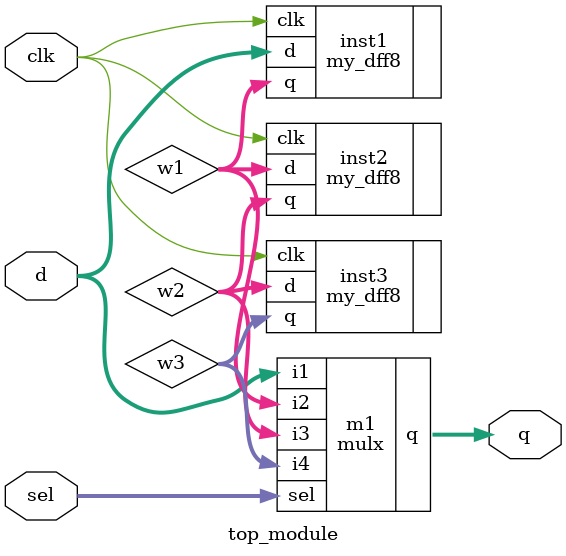
<source format=v>
module mulx ( 
    input [1:0] sel, 
    input [7:0] i1,
    input [7:0] i2,
    input [7:0] i3,
    input [7:0] i4,
    output [7:0] q 
);
    always @(*) begin
        case(sel)
            2'b00: q = i1;
            2'b01: q = i2;
            2'b10: q = i3;
            2'b11: q = i4;
        endcase
    end
endmodule

module top_module ( 
    input clk, 
    input [7:0] d, 
    input [1:0] sel, 
    output [7:0] q 
);
    wire [7:0] w1,w2,w3;
    my_dff8 inst1(.clk(clk),.d(d),.q(w1));
    my_dff8 inst2(.clk(clk),.d(w1),.q(w2));
    my_dff8 inst3(.clk(clk),.d(w2),.q(w3));
    mulx m1(.sel(sel),.i1(d),.i2(w1),.i3(w2),.i4(w3),.q(q));
endmodule
</source>
